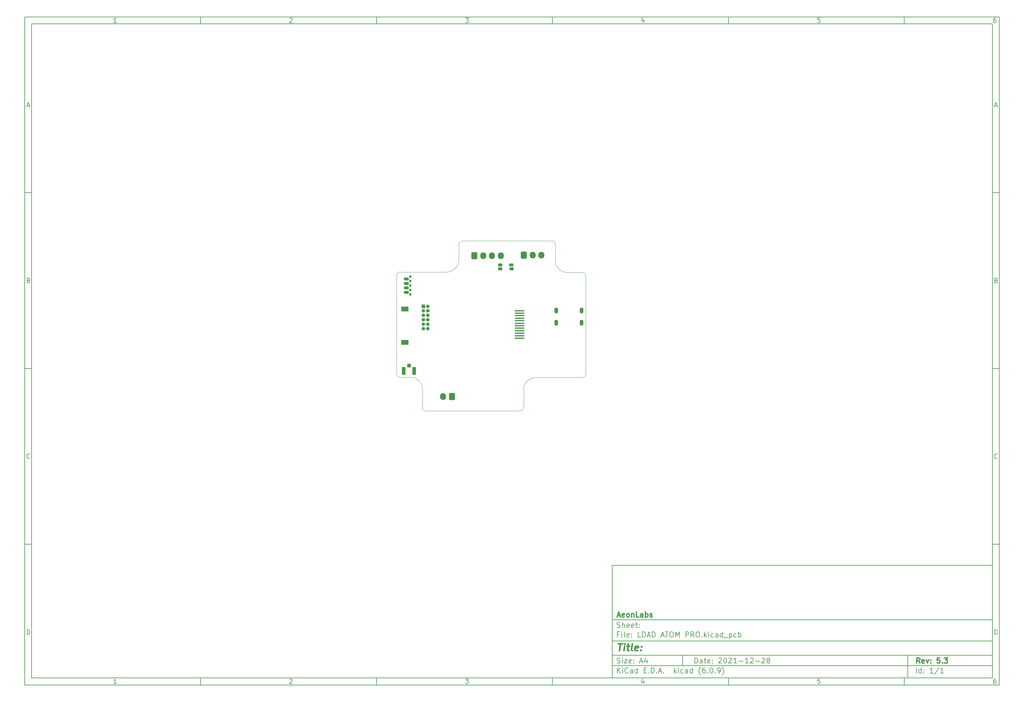
<source format=gbr>
G04 #@! TF.GenerationSoftware,KiCad,Pcbnew,(6.0.9)*
G04 #@! TF.CreationDate,2022-11-30T10:01:03+01:00*
G04 #@! TF.ProjectId,LDAD ATOM PRO,4c444144-2041-4544-9f4d-2050524f2e6b,5.3*
G04 #@! TF.SameCoordinates,Original*
G04 #@! TF.FileFunction,Soldermask,Bot*
G04 #@! TF.FilePolarity,Negative*
%FSLAX46Y46*%
G04 Gerber Fmt 4.6, Leading zero omitted, Abs format (unit mm)*
G04 Created by KiCad (PCBNEW (6.0.9)) date 2022-11-30 10:01:03*
%MOMM*%
%LPD*%
G01*
G04 APERTURE LIST*
G04 Aperture macros list*
%AMRoundRect*
0 Rectangle with rounded corners*
0 $1 Rounding radius*
0 $2 $3 $4 $5 $6 $7 $8 $9 X,Y pos of 4 corners*
0 Add a 4 corners polygon primitive as box body*
4,1,4,$2,$3,$4,$5,$6,$7,$8,$9,$2,$3,0*
0 Add four circle primitives for the rounded corners*
1,1,$1+$1,$2,$3*
1,1,$1+$1,$4,$5*
1,1,$1+$1,$6,$7*
1,1,$1+$1,$8,$9*
0 Add four rect primitives between the rounded corners*
20,1,$1+$1,$2,$3,$4,$5,0*
20,1,$1+$1,$4,$5,$6,$7,0*
20,1,$1+$1,$6,$7,$8,$9,0*
20,1,$1+$1,$8,$9,$2,$3,0*%
G04 Aperture macros list end*
%ADD10C,0.100000*%
%ADD11C,0.150000*%
%ADD12C,0.300000*%
%ADD13C,0.400000*%
G04 #@! TA.AperFunction,Profile*
%ADD14C,0.120000*%
G04 #@! TD*
%ADD15R,1.000000X1.000000*%
%ADD16O,1.000000X1.000000*%
%ADD17O,1.100000X1.700000*%
%ADD18RoundRect,0.250000X-0.600000X-0.725000X0.600000X-0.725000X0.600000X0.725000X-0.600000X0.725000X0*%
%ADD19O,1.700000X1.950000*%
%ADD20RoundRect,0.124800X-0.475200X-0.275200X0.475200X-0.275200X0.475200X0.275200X-0.475200X0.275200X0*%
%ADD21RoundRect,0.250000X0.600000X0.750000X-0.600000X0.750000X-0.600000X-0.750000X0.600000X-0.750000X0*%
%ADD22O,1.700000X2.000000*%
%ADD23C,0.700000*%
%ADD24O,1.500000X0.800000*%
%ADD25R,1.100000X2.250000*%
%ADD26R,1.050000X1.100000*%
%ADD27R,2.100000X1.400000*%
%ADD28R,2.800000X0.300000*%
G04 APERTURE END LIST*
D10*
D11*
X177002200Y-166007200D02*
X177002200Y-198007200D01*
X285002200Y-198007200D01*
X285002200Y-166007200D01*
X177002200Y-166007200D01*
D10*
D11*
X10000000Y-10000000D02*
X10000000Y-200007200D01*
X287002200Y-200007200D01*
X287002200Y-10000000D01*
X10000000Y-10000000D01*
D10*
D11*
X12000000Y-12000000D02*
X12000000Y-198007200D01*
X285002200Y-198007200D01*
X285002200Y-12000000D01*
X12000000Y-12000000D01*
D10*
D11*
X60000000Y-12000000D02*
X60000000Y-10000000D01*
D10*
D11*
X110000000Y-12000000D02*
X110000000Y-10000000D01*
D10*
D11*
X160000000Y-12000000D02*
X160000000Y-10000000D01*
D10*
D11*
X210000000Y-12000000D02*
X210000000Y-10000000D01*
D10*
D11*
X260000000Y-12000000D02*
X260000000Y-10000000D01*
D10*
D11*
X36065476Y-11588095D02*
X35322619Y-11588095D01*
X35694047Y-11588095D02*
X35694047Y-10288095D01*
X35570238Y-10473809D01*
X35446428Y-10597619D01*
X35322619Y-10659523D01*
D10*
D11*
X85322619Y-10411904D02*
X85384523Y-10350000D01*
X85508333Y-10288095D01*
X85817857Y-10288095D01*
X85941666Y-10350000D01*
X86003571Y-10411904D01*
X86065476Y-10535714D01*
X86065476Y-10659523D01*
X86003571Y-10845238D01*
X85260714Y-11588095D01*
X86065476Y-11588095D01*
D10*
D11*
X135260714Y-10288095D02*
X136065476Y-10288095D01*
X135632142Y-10783333D01*
X135817857Y-10783333D01*
X135941666Y-10845238D01*
X136003571Y-10907142D01*
X136065476Y-11030952D01*
X136065476Y-11340476D01*
X136003571Y-11464285D01*
X135941666Y-11526190D01*
X135817857Y-11588095D01*
X135446428Y-11588095D01*
X135322619Y-11526190D01*
X135260714Y-11464285D01*
D10*
D11*
X185941666Y-10721428D02*
X185941666Y-11588095D01*
X185632142Y-10226190D02*
X185322619Y-11154761D01*
X186127380Y-11154761D01*
D10*
D11*
X236003571Y-10288095D02*
X235384523Y-10288095D01*
X235322619Y-10907142D01*
X235384523Y-10845238D01*
X235508333Y-10783333D01*
X235817857Y-10783333D01*
X235941666Y-10845238D01*
X236003571Y-10907142D01*
X236065476Y-11030952D01*
X236065476Y-11340476D01*
X236003571Y-11464285D01*
X235941666Y-11526190D01*
X235817857Y-11588095D01*
X235508333Y-11588095D01*
X235384523Y-11526190D01*
X235322619Y-11464285D01*
D10*
D11*
X285941666Y-10288095D02*
X285694047Y-10288095D01*
X285570238Y-10350000D01*
X285508333Y-10411904D01*
X285384523Y-10597619D01*
X285322619Y-10845238D01*
X285322619Y-11340476D01*
X285384523Y-11464285D01*
X285446428Y-11526190D01*
X285570238Y-11588095D01*
X285817857Y-11588095D01*
X285941666Y-11526190D01*
X286003571Y-11464285D01*
X286065476Y-11340476D01*
X286065476Y-11030952D01*
X286003571Y-10907142D01*
X285941666Y-10845238D01*
X285817857Y-10783333D01*
X285570238Y-10783333D01*
X285446428Y-10845238D01*
X285384523Y-10907142D01*
X285322619Y-11030952D01*
D10*
D11*
X60000000Y-198007200D02*
X60000000Y-200007200D01*
D10*
D11*
X110000000Y-198007200D02*
X110000000Y-200007200D01*
D10*
D11*
X160000000Y-198007200D02*
X160000000Y-200007200D01*
D10*
D11*
X210000000Y-198007200D02*
X210000000Y-200007200D01*
D10*
D11*
X260000000Y-198007200D02*
X260000000Y-200007200D01*
D10*
D11*
X36065476Y-199595295D02*
X35322619Y-199595295D01*
X35694047Y-199595295D02*
X35694047Y-198295295D01*
X35570238Y-198481009D01*
X35446428Y-198604819D01*
X35322619Y-198666723D01*
D10*
D11*
X85322619Y-198419104D02*
X85384523Y-198357200D01*
X85508333Y-198295295D01*
X85817857Y-198295295D01*
X85941666Y-198357200D01*
X86003571Y-198419104D01*
X86065476Y-198542914D01*
X86065476Y-198666723D01*
X86003571Y-198852438D01*
X85260714Y-199595295D01*
X86065476Y-199595295D01*
D10*
D11*
X135260714Y-198295295D02*
X136065476Y-198295295D01*
X135632142Y-198790533D01*
X135817857Y-198790533D01*
X135941666Y-198852438D01*
X136003571Y-198914342D01*
X136065476Y-199038152D01*
X136065476Y-199347676D01*
X136003571Y-199471485D01*
X135941666Y-199533390D01*
X135817857Y-199595295D01*
X135446428Y-199595295D01*
X135322619Y-199533390D01*
X135260714Y-199471485D01*
D10*
D11*
X185941666Y-198728628D02*
X185941666Y-199595295D01*
X185632142Y-198233390D02*
X185322619Y-199161961D01*
X186127380Y-199161961D01*
D10*
D11*
X236003571Y-198295295D02*
X235384523Y-198295295D01*
X235322619Y-198914342D01*
X235384523Y-198852438D01*
X235508333Y-198790533D01*
X235817857Y-198790533D01*
X235941666Y-198852438D01*
X236003571Y-198914342D01*
X236065476Y-199038152D01*
X236065476Y-199347676D01*
X236003571Y-199471485D01*
X235941666Y-199533390D01*
X235817857Y-199595295D01*
X235508333Y-199595295D01*
X235384523Y-199533390D01*
X235322619Y-199471485D01*
D10*
D11*
X285941666Y-198295295D02*
X285694047Y-198295295D01*
X285570238Y-198357200D01*
X285508333Y-198419104D01*
X285384523Y-198604819D01*
X285322619Y-198852438D01*
X285322619Y-199347676D01*
X285384523Y-199471485D01*
X285446428Y-199533390D01*
X285570238Y-199595295D01*
X285817857Y-199595295D01*
X285941666Y-199533390D01*
X286003571Y-199471485D01*
X286065476Y-199347676D01*
X286065476Y-199038152D01*
X286003571Y-198914342D01*
X285941666Y-198852438D01*
X285817857Y-198790533D01*
X285570238Y-198790533D01*
X285446428Y-198852438D01*
X285384523Y-198914342D01*
X285322619Y-199038152D01*
D10*
D11*
X10000000Y-60000000D02*
X12000000Y-60000000D01*
D10*
D11*
X10000000Y-110000000D02*
X12000000Y-110000000D01*
D10*
D11*
X10000000Y-160000000D02*
X12000000Y-160000000D01*
D10*
D11*
X10690476Y-35216666D02*
X11309523Y-35216666D01*
X10566666Y-35588095D02*
X11000000Y-34288095D01*
X11433333Y-35588095D01*
D10*
D11*
X11092857Y-84907142D02*
X11278571Y-84969047D01*
X11340476Y-85030952D01*
X11402380Y-85154761D01*
X11402380Y-85340476D01*
X11340476Y-85464285D01*
X11278571Y-85526190D01*
X11154761Y-85588095D01*
X10659523Y-85588095D01*
X10659523Y-84288095D01*
X11092857Y-84288095D01*
X11216666Y-84350000D01*
X11278571Y-84411904D01*
X11340476Y-84535714D01*
X11340476Y-84659523D01*
X11278571Y-84783333D01*
X11216666Y-84845238D01*
X11092857Y-84907142D01*
X10659523Y-84907142D01*
D10*
D11*
X11402380Y-135464285D02*
X11340476Y-135526190D01*
X11154761Y-135588095D01*
X11030952Y-135588095D01*
X10845238Y-135526190D01*
X10721428Y-135402380D01*
X10659523Y-135278571D01*
X10597619Y-135030952D01*
X10597619Y-134845238D01*
X10659523Y-134597619D01*
X10721428Y-134473809D01*
X10845238Y-134350000D01*
X11030952Y-134288095D01*
X11154761Y-134288095D01*
X11340476Y-134350000D01*
X11402380Y-134411904D01*
D10*
D11*
X10659523Y-185588095D02*
X10659523Y-184288095D01*
X10969047Y-184288095D01*
X11154761Y-184350000D01*
X11278571Y-184473809D01*
X11340476Y-184597619D01*
X11402380Y-184845238D01*
X11402380Y-185030952D01*
X11340476Y-185278571D01*
X11278571Y-185402380D01*
X11154761Y-185526190D01*
X10969047Y-185588095D01*
X10659523Y-185588095D01*
D10*
D11*
X287002200Y-60000000D02*
X285002200Y-60000000D01*
D10*
D11*
X287002200Y-110000000D02*
X285002200Y-110000000D01*
D10*
D11*
X287002200Y-160000000D02*
X285002200Y-160000000D01*
D10*
D11*
X285692676Y-35216666D02*
X286311723Y-35216666D01*
X285568866Y-35588095D02*
X286002200Y-34288095D01*
X286435533Y-35588095D01*
D10*
D11*
X286095057Y-84907142D02*
X286280771Y-84969047D01*
X286342676Y-85030952D01*
X286404580Y-85154761D01*
X286404580Y-85340476D01*
X286342676Y-85464285D01*
X286280771Y-85526190D01*
X286156961Y-85588095D01*
X285661723Y-85588095D01*
X285661723Y-84288095D01*
X286095057Y-84288095D01*
X286218866Y-84350000D01*
X286280771Y-84411904D01*
X286342676Y-84535714D01*
X286342676Y-84659523D01*
X286280771Y-84783333D01*
X286218866Y-84845238D01*
X286095057Y-84907142D01*
X285661723Y-84907142D01*
D10*
D11*
X286404580Y-135464285D02*
X286342676Y-135526190D01*
X286156961Y-135588095D01*
X286033152Y-135588095D01*
X285847438Y-135526190D01*
X285723628Y-135402380D01*
X285661723Y-135278571D01*
X285599819Y-135030952D01*
X285599819Y-134845238D01*
X285661723Y-134597619D01*
X285723628Y-134473809D01*
X285847438Y-134350000D01*
X286033152Y-134288095D01*
X286156961Y-134288095D01*
X286342676Y-134350000D01*
X286404580Y-134411904D01*
D10*
D11*
X285661723Y-185588095D02*
X285661723Y-184288095D01*
X285971247Y-184288095D01*
X286156961Y-184350000D01*
X286280771Y-184473809D01*
X286342676Y-184597619D01*
X286404580Y-184845238D01*
X286404580Y-185030952D01*
X286342676Y-185278571D01*
X286280771Y-185402380D01*
X286156961Y-185526190D01*
X285971247Y-185588095D01*
X285661723Y-185588095D01*
D10*
D11*
X200434342Y-193785771D02*
X200434342Y-192285771D01*
X200791485Y-192285771D01*
X201005771Y-192357200D01*
X201148628Y-192500057D01*
X201220057Y-192642914D01*
X201291485Y-192928628D01*
X201291485Y-193142914D01*
X201220057Y-193428628D01*
X201148628Y-193571485D01*
X201005771Y-193714342D01*
X200791485Y-193785771D01*
X200434342Y-193785771D01*
X202577200Y-193785771D02*
X202577200Y-193000057D01*
X202505771Y-192857200D01*
X202362914Y-192785771D01*
X202077200Y-192785771D01*
X201934342Y-192857200D01*
X202577200Y-193714342D02*
X202434342Y-193785771D01*
X202077200Y-193785771D01*
X201934342Y-193714342D01*
X201862914Y-193571485D01*
X201862914Y-193428628D01*
X201934342Y-193285771D01*
X202077200Y-193214342D01*
X202434342Y-193214342D01*
X202577200Y-193142914D01*
X203077200Y-192785771D02*
X203648628Y-192785771D01*
X203291485Y-192285771D02*
X203291485Y-193571485D01*
X203362914Y-193714342D01*
X203505771Y-193785771D01*
X203648628Y-193785771D01*
X204720057Y-193714342D02*
X204577200Y-193785771D01*
X204291485Y-193785771D01*
X204148628Y-193714342D01*
X204077200Y-193571485D01*
X204077200Y-193000057D01*
X204148628Y-192857200D01*
X204291485Y-192785771D01*
X204577200Y-192785771D01*
X204720057Y-192857200D01*
X204791485Y-193000057D01*
X204791485Y-193142914D01*
X204077200Y-193285771D01*
X205434342Y-193642914D02*
X205505771Y-193714342D01*
X205434342Y-193785771D01*
X205362914Y-193714342D01*
X205434342Y-193642914D01*
X205434342Y-193785771D01*
X205434342Y-192857200D02*
X205505771Y-192928628D01*
X205434342Y-193000057D01*
X205362914Y-192928628D01*
X205434342Y-192857200D01*
X205434342Y-193000057D01*
X207220057Y-192428628D02*
X207291485Y-192357200D01*
X207434342Y-192285771D01*
X207791485Y-192285771D01*
X207934342Y-192357200D01*
X208005771Y-192428628D01*
X208077200Y-192571485D01*
X208077200Y-192714342D01*
X208005771Y-192928628D01*
X207148628Y-193785771D01*
X208077200Y-193785771D01*
X209005771Y-192285771D02*
X209148628Y-192285771D01*
X209291485Y-192357200D01*
X209362914Y-192428628D01*
X209434342Y-192571485D01*
X209505771Y-192857200D01*
X209505771Y-193214342D01*
X209434342Y-193500057D01*
X209362914Y-193642914D01*
X209291485Y-193714342D01*
X209148628Y-193785771D01*
X209005771Y-193785771D01*
X208862914Y-193714342D01*
X208791485Y-193642914D01*
X208720057Y-193500057D01*
X208648628Y-193214342D01*
X208648628Y-192857200D01*
X208720057Y-192571485D01*
X208791485Y-192428628D01*
X208862914Y-192357200D01*
X209005771Y-192285771D01*
X210077200Y-192428628D02*
X210148628Y-192357200D01*
X210291485Y-192285771D01*
X210648628Y-192285771D01*
X210791485Y-192357200D01*
X210862914Y-192428628D01*
X210934342Y-192571485D01*
X210934342Y-192714342D01*
X210862914Y-192928628D01*
X210005771Y-193785771D01*
X210934342Y-193785771D01*
X212362914Y-193785771D02*
X211505771Y-193785771D01*
X211934342Y-193785771D02*
X211934342Y-192285771D01*
X211791485Y-192500057D01*
X211648628Y-192642914D01*
X211505771Y-192714342D01*
X213005771Y-193214342D02*
X214148628Y-193214342D01*
X215648628Y-193785771D02*
X214791485Y-193785771D01*
X215220057Y-193785771D02*
X215220057Y-192285771D01*
X215077200Y-192500057D01*
X214934342Y-192642914D01*
X214791485Y-192714342D01*
X216220057Y-192428628D02*
X216291485Y-192357200D01*
X216434342Y-192285771D01*
X216791485Y-192285771D01*
X216934342Y-192357200D01*
X217005771Y-192428628D01*
X217077200Y-192571485D01*
X217077200Y-192714342D01*
X217005771Y-192928628D01*
X216148628Y-193785771D01*
X217077200Y-193785771D01*
X217720057Y-193214342D02*
X218862914Y-193214342D01*
X219505771Y-192428628D02*
X219577200Y-192357200D01*
X219720057Y-192285771D01*
X220077200Y-192285771D01*
X220220057Y-192357200D01*
X220291485Y-192428628D01*
X220362914Y-192571485D01*
X220362914Y-192714342D01*
X220291485Y-192928628D01*
X219434342Y-193785771D01*
X220362914Y-193785771D01*
X221220057Y-192928628D02*
X221077200Y-192857200D01*
X221005771Y-192785771D01*
X220934342Y-192642914D01*
X220934342Y-192571485D01*
X221005771Y-192428628D01*
X221077200Y-192357200D01*
X221220057Y-192285771D01*
X221505771Y-192285771D01*
X221648628Y-192357200D01*
X221720057Y-192428628D01*
X221791485Y-192571485D01*
X221791485Y-192642914D01*
X221720057Y-192785771D01*
X221648628Y-192857200D01*
X221505771Y-192928628D01*
X221220057Y-192928628D01*
X221077200Y-193000057D01*
X221005771Y-193071485D01*
X220934342Y-193214342D01*
X220934342Y-193500057D01*
X221005771Y-193642914D01*
X221077200Y-193714342D01*
X221220057Y-193785771D01*
X221505771Y-193785771D01*
X221648628Y-193714342D01*
X221720057Y-193642914D01*
X221791485Y-193500057D01*
X221791485Y-193214342D01*
X221720057Y-193071485D01*
X221648628Y-193000057D01*
X221505771Y-192928628D01*
D10*
D11*
X177002200Y-194507200D02*
X285002200Y-194507200D01*
D10*
D11*
X178434342Y-196585771D02*
X178434342Y-195085771D01*
X179291485Y-196585771D02*
X178648628Y-195728628D01*
X179291485Y-195085771D02*
X178434342Y-195942914D01*
X179934342Y-196585771D02*
X179934342Y-195585771D01*
X179934342Y-195085771D02*
X179862914Y-195157200D01*
X179934342Y-195228628D01*
X180005771Y-195157200D01*
X179934342Y-195085771D01*
X179934342Y-195228628D01*
X181505771Y-196442914D02*
X181434342Y-196514342D01*
X181220057Y-196585771D01*
X181077200Y-196585771D01*
X180862914Y-196514342D01*
X180720057Y-196371485D01*
X180648628Y-196228628D01*
X180577200Y-195942914D01*
X180577200Y-195728628D01*
X180648628Y-195442914D01*
X180720057Y-195300057D01*
X180862914Y-195157200D01*
X181077200Y-195085771D01*
X181220057Y-195085771D01*
X181434342Y-195157200D01*
X181505771Y-195228628D01*
X182791485Y-196585771D02*
X182791485Y-195800057D01*
X182720057Y-195657200D01*
X182577200Y-195585771D01*
X182291485Y-195585771D01*
X182148628Y-195657200D01*
X182791485Y-196514342D02*
X182648628Y-196585771D01*
X182291485Y-196585771D01*
X182148628Y-196514342D01*
X182077200Y-196371485D01*
X182077200Y-196228628D01*
X182148628Y-196085771D01*
X182291485Y-196014342D01*
X182648628Y-196014342D01*
X182791485Y-195942914D01*
X184148628Y-196585771D02*
X184148628Y-195085771D01*
X184148628Y-196514342D02*
X184005771Y-196585771D01*
X183720057Y-196585771D01*
X183577200Y-196514342D01*
X183505771Y-196442914D01*
X183434342Y-196300057D01*
X183434342Y-195871485D01*
X183505771Y-195728628D01*
X183577200Y-195657200D01*
X183720057Y-195585771D01*
X184005771Y-195585771D01*
X184148628Y-195657200D01*
X186005771Y-195800057D02*
X186505771Y-195800057D01*
X186720057Y-196585771D02*
X186005771Y-196585771D01*
X186005771Y-195085771D01*
X186720057Y-195085771D01*
X187362914Y-196442914D02*
X187434342Y-196514342D01*
X187362914Y-196585771D01*
X187291485Y-196514342D01*
X187362914Y-196442914D01*
X187362914Y-196585771D01*
X188077200Y-196585771D02*
X188077200Y-195085771D01*
X188434342Y-195085771D01*
X188648628Y-195157200D01*
X188791485Y-195300057D01*
X188862914Y-195442914D01*
X188934342Y-195728628D01*
X188934342Y-195942914D01*
X188862914Y-196228628D01*
X188791485Y-196371485D01*
X188648628Y-196514342D01*
X188434342Y-196585771D01*
X188077200Y-196585771D01*
X189577200Y-196442914D02*
X189648628Y-196514342D01*
X189577200Y-196585771D01*
X189505771Y-196514342D01*
X189577200Y-196442914D01*
X189577200Y-196585771D01*
X190220057Y-196157200D02*
X190934342Y-196157200D01*
X190077200Y-196585771D02*
X190577200Y-195085771D01*
X191077200Y-196585771D01*
X191577200Y-196442914D02*
X191648628Y-196514342D01*
X191577200Y-196585771D01*
X191505771Y-196514342D01*
X191577200Y-196442914D01*
X191577200Y-196585771D01*
X194577200Y-196585771D02*
X194577200Y-195085771D01*
X194720057Y-196014342D02*
X195148628Y-196585771D01*
X195148628Y-195585771D02*
X194577200Y-196157200D01*
X195791485Y-196585771D02*
X195791485Y-195585771D01*
X195791485Y-195085771D02*
X195720057Y-195157200D01*
X195791485Y-195228628D01*
X195862914Y-195157200D01*
X195791485Y-195085771D01*
X195791485Y-195228628D01*
X197148628Y-196514342D02*
X197005771Y-196585771D01*
X196720057Y-196585771D01*
X196577200Y-196514342D01*
X196505771Y-196442914D01*
X196434342Y-196300057D01*
X196434342Y-195871485D01*
X196505771Y-195728628D01*
X196577200Y-195657200D01*
X196720057Y-195585771D01*
X197005771Y-195585771D01*
X197148628Y-195657200D01*
X198434342Y-196585771D02*
X198434342Y-195800057D01*
X198362914Y-195657200D01*
X198220057Y-195585771D01*
X197934342Y-195585771D01*
X197791485Y-195657200D01*
X198434342Y-196514342D02*
X198291485Y-196585771D01*
X197934342Y-196585771D01*
X197791485Y-196514342D01*
X197720057Y-196371485D01*
X197720057Y-196228628D01*
X197791485Y-196085771D01*
X197934342Y-196014342D01*
X198291485Y-196014342D01*
X198434342Y-195942914D01*
X199791485Y-196585771D02*
X199791485Y-195085771D01*
X199791485Y-196514342D02*
X199648628Y-196585771D01*
X199362914Y-196585771D01*
X199220057Y-196514342D01*
X199148628Y-196442914D01*
X199077200Y-196300057D01*
X199077200Y-195871485D01*
X199148628Y-195728628D01*
X199220057Y-195657200D01*
X199362914Y-195585771D01*
X199648628Y-195585771D01*
X199791485Y-195657200D01*
X202077200Y-197157200D02*
X202005771Y-197085771D01*
X201862914Y-196871485D01*
X201791485Y-196728628D01*
X201720057Y-196514342D01*
X201648628Y-196157200D01*
X201648628Y-195871485D01*
X201720057Y-195514342D01*
X201791485Y-195300057D01*
X201862914Y-195157200D01*
X202005771Y-194942914D01*
X202077200Y-194871485D01*
X203291485Y-195085771D02*
X203005771Y-195085771D01*
X202862914Y-195157200D01*
X202791485Y-195228628D01*
X202648628Y-195442914D01*
X202577200Y-195728628D01*
X202577200Y-196300057D01*
X202648628Y-196442914D01*
X202720057Y-196514342D01*
X202862914Y-196585771D01*
X203148628Y-196585771D01*
X203291485Y-196514342D01*
X203362914Y-196442914D01*
X203434342Y-196300057D01*
X203434342Y-195942914D01*
X203362914Y-195800057D01*
X203291485Y-195728628D01*
X203148628Y-195657200D01*
X202862914Y-195657200D01*
X202720057Y-195728628D01*
X202648628Y-195800057D01*
X202577200Y-195942914D01*
X204077200Y-196442914D02*
X204148628Y-196514342D01*
X204077200Y-196585771D01*
X204005771Y-196514342D01*
X204077200Y-196442914D01*
X204077200Y-196585771D01*
X205077200Y-195085771D02*
X205220057Y-195085771D01*
X205362914Y-195157200D01*
X205434342Y-195228628D01*
X205505771Y-195371485D01*
X205577200Y-195657200D01*
X205577200Y-196014342D01*
X205505771Y-196300057D01*
X205434342Y-196442914D01*
X205362914Y-196514342D01*
X205220057Y-196585771D01*
X205077200Y-196585771D01*
X204934342Y-196514342D01*
X204862914Y-196442914D01*
X204791485Y-196300057D01*
X204720057Y-196014342D01*
X204720057Y-195657200D01*
X204791485Y-195371485D01*
X204862914Y-195228628D01*
X204934342Y-195157200D01*
X205077200Y-195085771D01*
X206220057Y-196442914D02*
X206291485Y-196514342D01*
X206220057Y-196585771D01*
X206148628Y-196514342D01*
X206220057Y-196442914D01*
X206220057Y-196585771D01*
X207005771Y-196585771D02*
X207291485Y-196585771D01*
X207434342Y-196514342D01*
X207505771Y-196442914D01*
X207648628Y-196228628D01*
X207720057Y-195942914D01*
X207720057Y-195371485D01*
X207648628Y-195228628D01*
X207577200Y-195157200D01*
X207434342Y-195085771D01*
X207148628Y-195085771D01*
X207005771Y-195157200D01*
X206934342Y-195228628D01*
X206862914Y-195371485D01*
X206862914Y-195728628D01*
X206934342Y-195871485D01*
X207005771Y-195942914D01*
X207148628Y-196014342D01*
X207434342Y-196014342D01*
X207577200Y-195942914D01*
X207648628Y-195871485D01*
X207720057Y-195728628D01*
X208220057Y-197157200D02*
X208291485Y-197085771D01*
X208434342Y-196871485D01*
X208505771Y-196728628D01*
X208577200Y-196514342D01*
X208648628Y-196157200D01*
X208648628Y-195871485D01*
X208577200Y-195514342D01*
X208505771Y-195300057D01*
X208434342Y-195157200D01*
X208291485Y-194942914D01*
X208220057Y-194871485D01*
D10*
D11*
X177002200Y-191507200D02*
X285002200Y-191507200D01*
D10*
D12*
X264411485Y-193785771D02*
X263911485Y-193071485D01*
X263554342Y-193785771D02*
X263554342Y-192285771D01*
X264125771Y-192285771D01*
X264268628Y-192357200D01*
X264340057Y-192428628D01*
X264411485Y-192571485D01*
X264411485Y-192785771D01*
X264340057Y-192928628D01*
X264268628Y-193000057D01*
X264125771Y-193071485D01*
X263554342Y-193071485D01*
X265625771Y-193714342D02*
X265482914Y-193785771D01*
X265197200Y-193785771D01*
X265054342Y-193714342D01*
X264982914Y-193571485D01*
X264982914Y-193000057D01*
X265054342Y-192857200D01*
X265197200Y-192785771D01*
X265482914Y-192785771D01*
X265625771Y-192857200D01*
X265697200Y-193000057D01*
X265697200Y-193142914D01*
X264982914Y-193285771D01*
X266197200Y-192785771D02*
X266554342Y-193785771D01*
X266911485Y-192785771D01*
X267482914Y-193642914D02*
X267554342Y-193714342D01*
X267482914Y-193785771D01*
X267411485Y-193714342D01*
X267482914Y-193642914D01*
X267482914Y-193785771D01*
X267482914Y-192857200D02*
X267554342Y-192928628D01*
X267482914Y-193000057D01*
X267411485Y-192928628D01*
X267482914Y-192857200D01*
X267482914Y-193000057D01*
X270054342Y-192285771D02*
X269340057Y-192285771D01*
X269268628Y-193000057D01*
X269340057Y-192928628D01*
X269482914Y-192857200D01*
X269840057Y-192857200D01*
X269982914Y-192928628D01*
X270054342Y-193000057D01*
X270125771Y-193142914D01*
X270125771Y-193500057D01*
X270054342Y-193642914D01*
X269982914Y-193714342D01*
X269840057Y-193785771D01*
X269482914Y-193785771D01*
X269340057Y-193714342D01*
X269268628Y-193642914D01*
X270768628Y-193642914D02*
X270840057Y-193714342D01*
X270768628Y-193785771D01*
X270697200Y-193714342D01*
X270768628Y-193642914D01*
X270768628Y-193785771D01*
X271340057Y-192285771D02*
X272268628Y-192285771D01*
X271768628Y-192857200D01*
X271982914Y-192857200D01*
X272125771Y-192928628D01*
X272197200Y-193000057D01*
X272268628Y-193142914D01*
X272268628Y-193500057D01*
X272197200Y-193642914D01*
X272125771Y-193714342D01*
X271982914Y-193785771D01*
X271554342Y-193785771D01*
X271411485Y-193714342D01*
X271340057Y-193642914D01*
D10*
D11*
X178362914Y-193714342D02*
X178577200Y-193785771D01*
X178934342Y-193785771D01*
X179077200Y-193714342D01*
X179148628Y-193642914D01*
X179220057Y-193500057D01*
X179220057Y-193357200D01*
X179148628Y-193214342D01*
X179077200Y-193142914D01*
X178934342Y-193071485D01*
X178648628Y-193000057D01*
X178505771Y-192928628D01*
X178434342Y-192857200D01*
X178362914Y-192714342D01*
X178362914Y-192571485D01*
X178434342Y-192428628D01*
X178505771Y-192357200D01*
X178648628Y-192285771D01*
X179005771Y-192285771D01*
X179220057Y-192357200D01*
X179862914Y-193785771D02*
X179862914Y-192785771D01*
X179862914Y-192285771D02*
X179791485Y-192357200D01*
X179862914Y-192428628D01*
X179934342Y-192357200D01*
X179862914Y-192285771D01*
X179862914Y-192428628D01*
X180434342Y-192785771D02*
X181220057Y-192785771D01*
X180434342Y-193785771D01*
X181220057Y-193785771D01*
X182362914Y-193714342D02*
X182220057Y-193785771D01*
X181934342Y-193785771D01*
X181791485Y-193714342D01*
X181720057Y-193571485D01*
X181720057Y-193000057D01*
X181791485Y-192857200D01*
X181934342Y-192785771D01*
X182220057Y-192785771D01*
X182362914Y-192857200D01*
X182434342Y-193000057D01*
X182434342Y-193142914D01*
X181720057Y-193285771D01*
X183077200Y-193642914D02*
X183148628Y-193714342D01*
X183077200Y-193785771D01*
X183005771Y-193714342D01*
X183077200Y-193642914D01*
X183077200Y-193785771D01*
X183077200Y-192857200D02*
X183148628Y-192928628D01*
X183077200Y-193000057D01*
X183005771Y-192928628D01*
X183077200Y-192857200D01*
X183077200Y-193000057D01*
X184862914Y-193357200D02*
X185577200Y-193357200D01*
X184720057Y-193785771D02*
X185220057Y-192285771D01*
X185720057Y-193785771D01*
X186862914Y-192785771D02*
X186862914Y-193785771D01*
X186505771Y-192214342D02*
X186148628Y-193285771D01*
X187077200Y-193285771D01*
D10*
D11*
X263434342Y-196585771D02*
X263434342Y-195085771D01*
X264791485Y-196585771D02*
X264791485Y-195085771D01*
X264791485Y-196514342D02*
X264648628Y-196585771D01*
X264362914Y-196585771D01*
X264220057Y-196514342D01*
X264148628Y-196442914D01*
X264077200Y-196300057D01*
X264077200Y-195871485D01*
X264148628Y-195728628D01*
X264220057Y-195657200D01*
X264362914Y-195585771D01*
X264648628Y-195585771D01*
X264791485Y-195657200D01*
X265505771Y-196442914D02*
X265577200Y-196514342D01*
X265505771Y-196585771D01*
X265434342Y-196514342D01*
X265505771Y-196442914D01*
X265505771Y-196585771D01*
X265505771Y-195657200D02*
X265577200Y-195728628D01*
X265505771Y-195800057D01*
X265434342Y-195728628D01*
X265505771Y-195657200D01*
X265505771Y-195800057D01*
X268148628Y-196585771D02*
X267291485Y-196585771D01*
X267720057Y-196585771D02*
X267720057Y-195085771D01*
X267577200Y-195300057D01*
X267434342Y-195442914D01*
X267291485Y-195514342D01*
X269862914Y-195014342D02*
X268577200Y-196942914D01*
X271148628Y-196585771D02*
X270291485Y-196585771D01*
X270720057Y-196585771D02*
X270720057Y-195085771D01*
X270577200Y-195300057D01*
X270434342Y-195442914D01*
X270291485Y-195514342D01*
D10*
D11*
X177002200Y-187507200D02*
X285002200Y-187507200D01*
D10*
D13*
X178714580Y-188211961D02*
X179857438Y-188211961D01*
X179036009Y-190211961D02*
X179286009Y-188211961D01*
X180274104Y-190211961D02*
X180440771Y-188878628D01*
X180524104Y-188211961D02*
X180416961Y-188307200D01*
X180500295Y-188402438D01*
X180607438Y-188307200D01*
X180524104Y-188211961D01*
X180500295Y-188402438D01*
X181107438Y-188878628D02*
X181869342Y-188878628D01*
X181476485Y-188211961D02*
X181262200Y-189926247D01*
X181333628Y-190116723D01*
X181512200Y-190211961D01*
X181702676Y-190211961D01*
X182655057Y-190211961D02*
X182476485Y-190116723D01*
X182405057Y-189926247D01*
X182619342Y-188211961D01*
X184190771Y-190116723D02*
X183988390Y-190211961D01*
X183607438Y-190211961D01*
X183428866Y-190116723D01*
X183357438Y-189926247D01*
X183452676Y-189164342D01*
X183571723Y-188973866D01*
X183774104Y-188878628D01*
X184155057Y-188878628D01*
X184333628Y-188973866D01*
X184405057Y-189164342D01*
X184381247Y-189354819D01*
X183405057Y-189545295D01*
X185155057Y-190021485D02*
X185238390Y-190116723D01*
X185131247Y-190211961D01*
X185047914Y-190116723D01*
X185155057Y-190021485D01*
X185131247Y-190211961D01*
X185286009Y-188973866D02*
X185369342Y-189069104D01*
X185262200Y-189164342D01*
X185178866Y-189069104D01*
X185286009Y-188973866D01*
X185262200Y-189164342D01*
D10*
D11*
X178934342Y-185600057D02*
X178434342Y-185600057D01*
X178434342Y-186385771D02*
X178434342Y-184885771D01*
X179148628Y-184885771D01*
X179720057Y-186385771D02*
X179720057Y-185385771D01*
X179720057Y-184885771D02*
X179648628Y-184957200D01*
X179720057Y-185028628D01*
X179791485Y-184957200D01*
X179720057Y-184885771D01*
X179720057Y-185028628D01*
X180648628Y-186385771D02*
X180505771Y-186314342D01*
X180434342Y-186171485D01*
X180434342Y-184885771D01*
X181791485Y-186314342D02*
X181648628Y-186385771D01*
X181362914Y-186385771D01*
X181220057Y-186314342D01*
X181148628Y-186171485D01*
X181148628Y-185600057D01*
X181220057Y-185457200D01*
X181362914Y-185385771D01*
X181648628Y-185385771D01*
X181791485Y-185457200D01*
X181862914Y-185600057D01*
X181862914Y-185742914D01*
X181148628Y-185885771D01*
X182505771Y-186242914D02*
X182577200Y-186314342D01*
X182505771Y-186385771D01*
X182434342Y-186314342D01*
X182505771Y-186242914D01*
X182505771Y-186385771D01*
X182505771Y-185457200D02*
X182577200Y-185528628D01*
X182505771Y-185600057D01*
X182434342Y-185528628D01*
X182505771Y-185457200D01*
X182505771Y-185600057D01*
X185077200Y-186385771D02*
X184362914Y-186385771D01*
X184362914Y-184885771D01*
X185577200Y-186385771D02*
X185577200Y-184885771D01*
X185934342Y-184885771D01*
X186148628Y-184957200D01*
X186291485Y-185100057D01*
X186362914Y-185242914D01*
X186434342Y-185528628D01*
X186434342Y-185742914D01*
X186362914Y-186028628D01*
X186291485Y-186171485D01*
X186148628Y-186314342D01*
X185934342Y-186385771D01*
X185577200Y-186385771D01*
X187005771Y-185957200D02*
X187720057Y-185957200D01*
X186862914Y-186385771D02*
X187362914Y-184885771D01*
X187862914Y-186385771D01*
X188362914Y-186385771D02*
X188362914Y-184885771D01*
X188720057Y-184885771D01*
X188934342Y-184957200D01*
X189077200Y-185100057D01*
X189148628Y-185242914D01*
X189220057Y-185528628D01*
X189220057Y-185742914D01*
X189148628Y-186028628D01*
X189077200Y-186171485D01*
X188934342Y-186314342D01*
X188720057Y-186385771D01*
X188362914Y-186385771D01*
X190934342Y-185957200D02*
X191648628Y-185957200D01*
X190791485Y-186385771D02*
X191291485Y-184885771D01*
X191791485Y-186385771D01*
X192077200Y-184885771D02*
X192934342Y-184885771D01*
X192505771Y-186385771D02*
X192505771Y-184885771D01*
X193720057Y-184885771D02*
X194005771Y-184885771D01*
X194148628Y-184957200D01*
X194291485Y-185100057D01*
X194362914Y-185385771D01*
X194362914Y-185885771D01*
X194291485Y-186171485D01*
X194148628Y-186314342D01*
X194005771Y-186385771D01*
X193720057Y-186385771D01*
X193577200Y-186314342D01*
X193434342Y-186171485D01*
X193362914Y-185885771D01*
X193362914Y-185385771D01*
X193434342Y-185100057D01*
X193577200Y-184957200D01*
X193720057Y-184885771D01*
X195005771Y-186385771D02*
X195005771Y-184885771D01*
X195505771Y-185957200D01*
X196005771Y-184885771D01*
X196005771Y-186385771D01*
X197862914Y-186385771D02*
X197862914Y-184885771D01*
X198434342Y-184885771D01*
X198577200Y-184957200D01*
X198648628Y-185028628D01*
X198720057Y-185171485D01*
X198720057Y-185385771D01*
X198648628Y-185528628D01*
X198577200Y-185600057D01*
X198434342Y-185671485D01*
X197862914Y-185671485D01*
X200220057Y-186385771D02*
X199720057Y-185671485D01*
X199362914Y-186385771D02*
X199362914Y-184885771D01*
X199934342Y-184885771D01*
X200077200Y-184957200D01*
X200148628Y-185028628D01*
X200220057Y-185171485D01*
X200220057Y-185385771D01*
X200148628Y-185528628D01*
X200077200Y-185600057D01*
X199934342Y-185671485D01*
X199362914Y-185671485D01*
X201148628Y-184885771D02*
X201434342Y-184885771D01*
X201577200Y-184957200D01*
X201720057Y-185100057D01*
X201791485Y-185385771D01*
X201791485Y-185885771D01*
X201720057Y-186171485D01*
X201577200Y-186314342D01*
X201434342Y-186385771D01*
X201148628Y-186385771D01*
X201005771Y-186314342D01*
X200862914Y-186171485D01*
X200791485Y-185885771D01*
X200791485Y-185385771D01*
X200862914Y-185100057D01*
X201005771Y-184957200D01*
X201148628Y-184885771D01*
X202434342Y-186242914D02*
X202505771Y-186314342D01*
X202434342Y-186385771D01*
X202362914Y-186314342D01*
X202434342Y-186242914D01*
X202434342Y-186385771D01*
X203148628Y-186385771D02*
X203148628Y-184885771D01*
X203291485Y-185814342D02*
X203720057Y-186385771D01*
X203720057Y-185385771D02*
X203148628Y-185957200D01*
X204362914Y-186385771D02*
X204362914Y-185385771D01*
X204362914Y-184885771D02*
X204291485Y-184957200D01*
X204362914Y-185028628D01*
X204434342Y-184957200D01*
X204362914Y-184885771D01*
X204362914Y-185028628D01*
X205720057Y-186314342D02*
X205577200Y-186385771D01*
X205291485Y-186385771D01*
X205148628Y-186314342D01*
X205077200Y-186242914D01*
X205005771Y-186100057D01*
X205005771Y-185671485D01*
X205077200Y-185528628D01*
X205148628Y-185457200D01*
X205291485Y-185385771D01*
X205577200Y-185385771D01*
X205720057Y-185457200D01*
X207005771Y-186385771D02*
X207005771Y-185600057D01*
X206934342Y-185457200D01*
X206791485Y-185385771D01*
X206505771Y-185385771D01*
X206362914Y-185457200D01*
X207005771Y-186314342D02*
X206862914Y-186385771D01*
X206505771Y-186385771D01*
X206362914Y-186314342D01*
X206291485Y-186171485D01*
X206291485Y-186028628D01*
X206362914Y-185885771D01*
X206505771Y-185814342D01*
X206862914Y-185814342D01*
X207005771Y-185742914D01*
X208362914Y-186385771D02*
X208362914Y-184885771D01*
X208362914Y-186314342D02*
X208220057Y-186385771D01*
X207934342Y-186385771D01*
X207791485Y-186314342D01*
X207720057Y-186242914D01*
X207648628Y-186100057D01*
X207648628Y-185671485D01*
X207720057Y-185528628D01*
X207791485Y-185457200D01*
X207934342Y-185385771D01*
X208220057Y-185385771D01*
X208362914Y-185457200D01*
X208720057Y-186528628D02*
X209862914Y-186528628D01*
X210220057Y-185385771D02*
X210220057Y-186885771D01*
X210220057Y-185457200D02*
X210362914Y-185385771D01*
X210648628Y-185385771D01*
X210791485Y-185457200D01*
X210862914Y-185528628D01*
X210934342Y-185671485D01*
X210934342Y-186100057D01*
X210862914Y-186242914D01*
X210791485Y-186314342D01*
X210648628Y-186385771D01*
X210362914Y-186385771D01*
X210220057Y-186314342D01*
X212220057Y-186314342D02*
X212077200Y-186385771D01*
X211791485Y-186385771D01*
X211648628Y-186314342D01*
X211577200Y-186242914D01*
X211505771Y-186100057D01*
X211505771Y-185671485D01*
X211577200Y-185528628D01*
X211648628Y-185457200D01*
X211791485Y-185385771D01*
X212077200Y-185385771D01*
X212220057Y-185457200D01*
X212862914Y-186385771D02*
X212862914Y-184885771D01*
X212862914Y-185457200D02*
X213005771Y-185385771D01*
X213291485Y-185385771D01*
X213434342Y-185457200D01*
X213505771Y-185528628D01*
X213577200Y-185671485D01*
X213577200Y-186100057D01*
X213505771Y-186242914D01*
X213434342Y-186314342D01*
X213291485Y-186385771D01*
X213005771Y-186385771D01*
X212862914Y-186314342D01*
D10*
D11*
X177002200Y-181507200D02*
X285002200Y-181507200D01*
D10*
D11*
X178362914Y-183614342D02*
X178577200Y-183685771D01*
X178934342Y-183685771D01*
X179077200Y-183614342D01*
X179148628Y-183542914D01*
X179220057Y-183400057D01*
X179220057Y-183257200D01*
X179148628Y-183114342D01*
X179077200Y-183042914D01*
X178934342Y-182971485D01*
X178648628Y-182900057D01*
X178505771Y-182828628D01*
X178434342Y-182757200D01*
X178362914Y-182614342D01*
X178362914Y-182471485D01*
X178434342Y-182328628D01*
X178505771Y-182257200D01*
X178648628Y-182185771D01*
X179005771Y-182185771D01*
X179220057Y-182257200D01*
X179862914Y-183685771D02*
X179862914Y-182185771D01*
X180505771Y-183685771D02*
X180505771Y-182900057D01*
X180434342Y-182757200D01*
X180291485Y-182685771D01*
X180077200Y-182685771D01*
X179934342Y-182757200D01*
X179862914Y-182828628D01*
X181791485Y-183614342D02*
X181648628Y-183685771D01*
X181362914Y-183685771D01*
X181220057Y-183614342D01*
X181148628Y-183471485D01*
X181148628Y-182900057D01*
X181220057Y-182757200D01*
X181362914Y-182685771D01*
X181648628Y-182685771D01*
X181791485Y-182757200D01*
X181862914Y-182900057D01*
X181862914Y-183042914D01*
X181148628Y-183185771D01*
X183077200Y-183614342D02*
X182934342Y-183685771D01*
X182648628Y-183685771D01*
X182505771Y-183614342D01*
X182434342Y-183471485D01*
X182434342Y-182900057D01*
X182505771Y-182757200D01*
X182648628Y-182685771D01*
X182934342Y-182685771D01*
X183077200Y-182757200D01*
X183148628Y-182900057D01*
X183148628Y-183042914D01*
X182434342Y-183185771D01*
X183577200Y-182685771D02*
X184148628Y-182685771D01*
X183791485Y-182185771D02*
X183791485Y-183471485D01*
X183862914Y-183614342D01*
X184005771Y-183685771D01*
X184148628Y-183685771D01*
X184648628Y-183542914D02*
X184720057Y-183614342D01*
X184648628Y-183685771D01*
X184577200Y-183614342D01*
X184648628Y-183542914D01*
X184648628Y-183685771D01*
X184648628Y-182757200D02*
X184720057Y-182828628D01*
X184648628Y-182900057D01*
X184577200Y-182828628D01*
X184648628Y-182757200D01*
X184648628Y-182900057D01*
D10*
D12*
X178482914Y-180257200D02*
X179197200Y-180257200D01*
X178340057Y-180685771D02*
X178840057Y-179185771D01*
X179340057Y-180685771D01*
X180411485Y-180614342D02*
X180268628Y-180685771D01*
X179982914Y-180685771D01*
X179840057Y-180614342D01*
X179768628Y-180471485D01*
X179768628Y-179900057D01*
X179840057Y-179757200D01*
X179982914Y-179685771D01*
X180268628Y-179685771D01*
X180411485Y-179757200D01*
X180482914Y-179900057D01*
X180482914Y-180042914D01*
X179768628Y-180185771D01*
X181340057Y-180685771D02*
X181197200Y-180614342D01*
X181125771Y-180542914D01*
X181054342Y-180400057D01*
X181054342Y-179971485D01*
X181125771Y-179828628D01*
X181197200Y-179757200D01*
X181340057Y-179685771D01*
X181554342Y-179685771D01*
X181697200Y-179757200D01*
X181768628Y-179828628D01*
X181840057Y-179971485D01*
X181840057Y-180400057D01*
X181768628Y-180542914D01*
X181697200Y-180614342D01*
X181554342Y-180685771D01*
X181340057Y-180685771D01*
X182482914Y-179685771D02*
X182482914Y-180685771D01*
X182482914Y-179828628D02*
X182554342Y-179757200D01*
X182697200Y-179685771D01*
X182911485Y-179685771D01*
X183054342Y-179757200D01*
X183125771Y-179900057D01*
X183125771Y-180685771D01*
X184554342Y-180685771D02*
X183840057Y-180685771D01*
X183840057Y-179185771D01*
X185697200Y-180685771D02*
X185697200Y-179900057D01*
X185625771Y-179757200D01*
X185482914Y-179685771D01*
X185197200Y-179685771D01*
X185054342Y-179757200D01*
X185697200Y-180614342D02*
X185554342Y-180685771D01*
X185197200Y-180685771D01*
X185054342Y-180614342D01*
X184982914Y-180471485D01*
X184982914Y-180328628D01*
X185054342Y-180185771D01*
X185197200Y-180114342D01*
X185554342Y-180114342D01*
X185697200Y-180042914D01*
X186411485Y-180685771D02*
X186411485Y-179185771D01*
X186411485Y-179757200D02*
X186554342Y-179685771D01*
X186840057Y-179685771D01*
X186982914Y-179757200D01*
X187054342Y-179828628D01*
X187125771Y-179971485D01*
X187125771Y-180400057D01*
X187054342Y-180542914D01*
X186982914Y-180614342D01*
X186840057Y-180685771D01*
X186554342Y-180685771D01*
X186411485Y-180614342D01*
X187697200Y-180614342D02*
X187840057Y-180685771D01*
X188125771Y-180685771D01*
X188268628Y-180614342D01*
X188340057Y-180471485D01*
X188340057Y-180400057D01*
X188268628Y-180257200D01*
X188125771Y-180185771D01*
X187911485Y-180185771D01*
X187768628Y-180114342D01*
X187697200Y-179971485D01*
X187697200Y-179900057D01*
X187768628Y-179757200D01*
X187911485Y-179685771D01*
X188125771Y-179685771D01*
X188268628Y-179757200D01*
D10*
D11*
D10*
D11*
D10*
D11*
D10*
D11*
D10*
D11*
X197002200Y-191507200D02*
X197002200Y-194507200D01*
D10*
D11*
X261002200Y-191507200D02*
X261002200Y-198007200D01*
D14*
G04 #@! TO.C,G\u002A\u002A\u002A*
X160787671Y-74711851D02*
X160776866Y-79300755D01*
X133369724Y-74646254D02*
X133358919Y-79235158D01*
X169409371Y-83672874D02*
X169413426Y-111599452D01*
X164086708Y-82643099D02*
X168448275Y-82646023D01*
X115706575Y-83505000D02*
X115726417Y-111467344D01*
X116687513Y-112494195D02*
X119756575Y-112495000D01*
X168386575Y-112560548D02*
X155153427Y-112589452D01*
X116733426Y-82543904D02*
X130016575Y-82545000D01*
X123045479Y-121048149D02*
X123066417Y-115837344D01*
X151803426Y-121083904D02*
X151811083Y-115899294D01*
X124006575Y-122075000D02*
X150776575Y-122045000D01*
X134406575Y-73695000D02*
X159826575Y-73685000D01*
X116733426Y-82543903D02*
G75*
G03*
X115706575Y-83505000I-16851J-1011097D01*
G01*
X123045478Y-121048149D02*
G75*
G03*
X124006575Y-122075000I1011097J-16851D01*
G01*
X123066417Y-115837344D02*
G75*
G03*
X119756575Y-112495000I-3309842J32344D01*
G01*
X155153427Y-112589446D02*
G75*
G03*
X151811083Y-115899294I-32342J-3309844D01*
G01*
X168386575Y-112560548D02*
G75*
G03*
X169413426Y-111599452I16850J1011098D01*
G01*
X130016575Y-82545000D02*
G75*
G03*
X133358919Y-79235158I32344J3309842D01*
G01*
X160787672Y-74711851D02*
G75*
G03*
X159826575Y-73685000I-1011097J16851D01*
G01*
X150776575Y-122044998D02*
G75*
G03*
X151803426Y-121083904I16850J1011098D01*
G01*
X160776864Y-79300755D02*
G75*
G03*
X164086708Y-82643099I3309841J-32345D01*
G01*
X134396575Y-73694999D02*
G75*
G03*
X133369724Y-74656096I-16851J-1011097D01*
G01*
X169409348Y-83672874D02*
G75*
G03*
X168448275Y-82646023I-1011073J16874D01*
G01*
X115726416Y-111467344D02*
G75*
G03*
X116687513Y-112494195I1011097J-16851D01*
G01*
G04 #@! TD*
D15*
G04 #@! TO.C,J1*
X123305000Y-92325000D03*
D16*
X124575000Y-92325000D03*
X123305000Y-93595000D03*
X124575000Y-93595000D03*
X123305000Y-94865000D03*
X124575000Y-94865000D03*
X123305000Y-96135000D03*
X124575000Y-96135000D03*
X123305000Y-97405000D03*
X124575000Y-97405000D03*
X123305000Y-98675000D03*
X124575000Y-98675000D03*
G04 #@! TD*
D17*
G04 #@! TO.C,J2*
X168230000Y-93490000D03*
X168250000Y-96970000D03*
X161030000Y-96970000D03*
X161040000Y-93500000D03*
G04 #@! TD*
D18*
G04 #@! TO.C,I2C1*
X151850000Y-77720000D03*
D19*
X154350000Y-77720000D03*
X156850000Y-77720000D03*
G04 #@! TD*
D20*
G04 #@! TO.C,LED1*
X145140000Y-80523504D03*
X148320000Y-80513504D03*
X145140000Y-81663504D03*
X148330000Y-81633504D03*
G04 #@! TD*
D18*
G04 #@! TO.C,I2C2*
X137810000Y-77890000D03*
D19*
X140310000Y-77890000D03*
X142810000Y-77890000D03*
X145310000Y-77890000D03*
G04 #@! TD*
D21*
G04 #@! TO.C,J3*
X131420000Y-117950000D03*
D22*
X128920000Y-117950000D03*
G04 #@! TD*
D23*
G04 #@! TO.C,ICSP1*
X119615500Y-87670000D03*
X119615500Y-86400000D03*
X119615500Y-88940000D03*
X119615500Y-83860000D03*
X119615500Y-85130000D03*
D24*
X118460500Y-84495000D03*
X118460500Y-85765000D03*
X118460500Y-87035000D03*
X118460500Y-88305000D03*
G04 #@! TD*
D25*
G04 #@! TO.C,J20*
X117745000Y-110710000D03*
X120695000Y-110710000D03*
D26*
X119220000Y-109160000D03*
G04 #@! TD*
D27*
G04 #@! TO.C,ANT1*
X118020000Y-102560000D03*
X118020000Y-93060000D03*
G04 #@! TD*
D28*
G04 #@! TO.C,LCD1*
X150618795Y-101376357D03*
X150623795Y-100666357D03*
X150623795Y-99956357D03*
X150618795Y-99246357D03*
X150623795Y-98536357D03*
X150618795Y-97821357D03*
X150618795Y-97111357D03*
X150618795Y-96401357D03*
X150613795Y-95691357D03*
X150618795Y-94981357D03*
X150618795Y-94271357D03*
X150618795Y-93561357D03*
G04 #@! TD*
M02*

</source>
